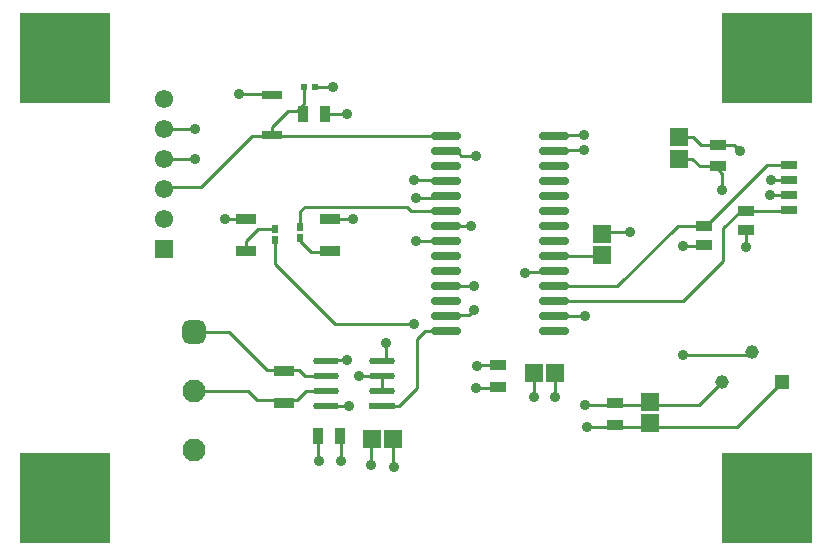
<source format=gtl>
G04*
G04 #@! TF.GenerationSoftware,Altium Limited,Altium Designer,24.9.1 (31)*
G04*
G04 Layer_Physical_Order=1*
G04 Layer_Color=255*
%FSLAX44Y44*%
%MOMM*%
G71*
G04*
G04 #@! TF.SameCoordinates,6922BCB2-4B6C-4A80-BBEF-7EC809250BDD*
G04*
G04*
G04 #@! TF.FilePolarity,Positive*
G04*
G01*
G75*
%ADD16R,1.4000X0.9500*%
%ADD17R,1.5562X1.5046*%
%ADD18R,1.4000X0.7000*%
%ADD19O,2.6000X0.7000*%
%ADD20R,1.7000X0.8000*%
%ADD21R,1.7000X0.9500*%
%ADD22R,0.5000X0.7000*%
%ADD23R,1.3500X0.8500*%
%ADD24R,1.5046X1.5562*%
%ADD25R,0.9500X1.4000*%
G04:AMPARAMS|DCode=26|XSize=2.1692mm|YSize=0.5821mm|CornerRadius=0.2911mm|HoleSize=0mm|Usage=FLASHONLY|Rotation=180.000|XOffset=0mm|YOffset=0mm|HoleType=Round|Shape=RoundedRectangle|*
%AMROUNDEDRECTD26*
21,1,2.1692,0.0000,0,0,180.0*
21,1,1.5870,0.5821,0,0,180.0*
1,1,0.5821,-0.7935,0.0000*
1,1,0.5821,0.7935,0.0000*
1,1,0.5821,0.7935,0.0000*
1,1,0.5821,-0.7935,0.0000*
%
%ADD26ROUNDEDRECTD26*%
%ADD27R,2.1692X0.5821*%
%ADD28R,0.5654X0.5725*%
%ADD33R,1.1500X1.1500*%
%ADD34C,1.1500*%
%ADD39C,0.2540*%
%ADD40R,7.6200X7.6200*%
%ADD41C,1.9500*%
G04:AMPARAMS|DCode=42|XSize=1.95mm|YSize=1.95mm|CornerRadius=0.4875mm|HoleSize=0mm|Usage=FLASHONLY|Rotation=270.000|XOffset=0mm|YOffset=0mm|HoleType=Round|Shape=RoundedRectangle|*
%AMROUNDEDRECTD42*
21,1,1.9500,0.9750,0,0,270.0*
21,1,0.9750,1.9500,0,0,270.0*
1,1,0.9750,-0.4875,-0.4875*
1,1,0.9750,-0.4875,0.4875*
1,1,0.9750,0.4875,0.4875*
1,1,0.9750,0.4875,-0.4875*
%
%ADD42ROUNDEDRECTD42*%
%ADD43R,1.5500X1.5500*%
%ADD44C,1.5500*%
%ADD45C,0.8890*%
D16*
X922020Y378100D02*
D03*
Y396600D02*
D03*
X822960Y428350D02*
D03*
Y409850D02*
D03*
X1008560Y615220D02*
D03*
Y596720D02*
D03*
D17*
X951230Y379612D02*
D03*
Y397628D02*
D03*
X910590Y539750D02*
D03*
Y521734D02*
D03*
X975540Y621328D02*
D03*
Y603312D02*
D03*
D18*
X1069340Y560070D02*
D03*
X1069340Y572770D02*
D03*
X1069340Y585470D02*
D03*
Y598170D02*
D03*
D19*
X778510Y622300D02*
D03*
X778510Y609600D02*
D03*
Y596900D02*
D03*
X778510Y584200D02*
D03*
X778510Y571500D02*
D03*
X778510Y558800D02*
D03*
X778510Y546100D02*
D03*
Y533400D02*
D03*
X778510Y520700D02*
D03*
X778510Y508000D02*
D03*
X778510Y495300D02*
D03*
X778510Y482600D02*
D03*
Y469900D02*
D03*
X778510Y457200D02*
D03*
X870510Y622300D02*
D03*
Y609600D02*
D03*
Y596900D02*
D03*
Y584200D02*
D03*
Y571500D02*
D03*
Y558800D02*
D03*
Y546100D02*
D03*
Y533400D02*
D03*
Y520700D02*
D03*
Y508000D02*
D03*
Y495300D02*
D03*
Y482600D02*
D03*
Y469900D02*
D03*
Y457200D02*
D03*
D20*
X631190Y623080D02*
D03*
Y657080D02*
D03*
D21*
X680720Y524730D02*
D03*
Y552230D02*
D03*
X609600Y524730D02*
D03*
Y552230D02*
D03*
X641350Y423960D02*
D03*
Y396460D02*
D03*
D22*
X633730Y534560D02*
D03*
Y543560D02*
D03*
X655320Y545520D02*
D03*
Y536520D02*
D03*
D23*
X1032510Y559430D02*
D03*
Y542930D02*
D03*
X996950Y546730D02*
D03*
Y530230D02*
D03*
D24*
X853322Y421640D02*
D03*
X871338D02*
D03*
X734178Y365760D02*
D03*
X716162D02*
D03*
D25*
X676000Y641350D02*
D03*
X657500D02*
D03*
X688700Y368300D02*
D03*
X670200D02*
D03*
D26*
X677404Y393700D02*
D03*
Y406400D02*
D03*
Y419100D02*
D03*
Y431800D02*
D03*
X724676D02*
D03*
Y419100D02*
D03*
Y406400D02*
D03*
D27*
Y393700D02*
D03*
D28*
X658404Y664210D02*
D03*
X667476D02*
D03*
D33*
X1062990Y414020D02*
D03*
D34*
X1012190D02*
D03*
X1037590Y439420D02*
D03*
D39*
X951230Y375920D02*
X1024890D01*
X922020D02*
X951230D01*
X919840D02*
X922020Y378100D01*
X897890Y375920D02*
X919840D01*
X975360Y603132D02*
X986908D01*
X1006020Y596720D02*
X1012190Y590550D01*
X863600Y623080D02*
X894860D01*
X804400Y409430D02*
X826770D01*
X769620Y470680D02*
X797977D01*
X871220Y401320D02*
Y424960D01*
X677404Y393700D02*
X695960D01*
X674860D02*
X677404D01*
X670560Y347980D02*
Y369080D01*
X1024890Y375920D02*
X1062990Y414020D01*
X994410Y614680D02*
X1022350D01*
X863600Y610380D02*
X894860D01*
X896620Y394970D02*
X993140D01*
X846310Y507220D02*
X877570D01*
X852950Y401810D02*
Y425450D01*
X678400Y552450D02*
X699770D01*
X753600Y533890D02*
X784860D01*
X674730Y645160D02*
X678540Y641350D01*
X805670Y428480D02*
X828040D01*
X673100Y432580D02*
X694200D01*
X689610Y347980D02*
Y369080D01*
X993140Y394970D02*
X1012190Y414020D01*
X1035165Y439420D02*
X1037590D01*
X1032625Y436880D02*
X1035165Y439420D01*
X979170Y436880D02*
X1032625D01*
X1050290Y598170D02*
X1069340D01*
X870230Y495300D02*
X923290D01*
X974720Y546730D02*
X998850D01*
X1054045Y585525D02*
X1057438D01*
X1057493Y585470D02*
X1069340D01*
X1057438Y585525D02*
X1057493Y585470D01*
X778510Y495300D02*
X802640D01*
X778510Y546100D02*
X800100D01*
X539750Y603250D02*
X566420D01*
X539750Y628650D02*
X566420D01*
X678540Y641350D02*
X694690D01*
X603250Y657860D02*
X630700D01*
X753110Y570230D02*
X777240D01*
X751840Y585470D02*
X777240D01*
X734060Y342900D02*
Y364000D01*
X715010Y344170D02*
Y365270D01*
X694200Y432580D02*
X694690Y433070D01*
X660400Y406400D02*
X677404D01*
X652780Y398780D02*
X660400Y406400D01*
X618490Y398780D02*
X652780D01*
X610868Y406403D02*
X618490Y398780D01*
X565230Y406403D02*
X610868D01*
X659130Y419100D02*
X680720D01*
X654050Y424180D02*
X659130Y419100D01*
X627380Y424180D02*
X654050D01*
X595158Y456402D02*
X627380Y424180D01*
X565230Y456402D02*
X595158D01*
X852950Y401810D02*
X853440Y401320D01*
X805180Y427990D02*
X805670Y428480D01*
X803910Y408940D02*
X804400Y409430D01*
X845820Y506730D02*
X846310Y507220D01*
X894860Y610380D02*
X895350Y610870D01*
X894860Y623080D02*
X895350Y623570D01*
X797977Y470680D02*
X802277Y474980D01*
X802640D01*
X753110Y533400D02*
X753600Y533890D01*
X778510Y609600D02*
X787918D01*
X791728Y605790D01*
X803910D01*
X1022350Y614680D02*
X1027430Y609600D01*
X987762Y621328D02*
X994410Y614680D01*
X975540Y621328D02*
X987762D01*
X1032510Y542930D02*
Y544200D01*
Y528320D02*
Y542930D01*
X993680Y596720D02*
X1006020D01*
X987088Y603312D02*
X993680Y596720D01*
X1012190Y576580D02*
Y590550D01*
X1052830Y572770D02*
X1069340D01*
X724676Y431800D02*
X726194D01*
X727710Y433316D01*
Y447040D01*
X739140Y393700D02*
X754380Y408940D01*
Y450850D02*
X760730Y457200D01*
X754380Y408940D02*
Y450850D01*
X704850Y419100D02*
X724676D01*
Y406400D02*
Y419100D01*
Y393700D02*
X739140D01*
X760730Y457200D02*
X778510D01*
X633730Y514350D02*
X684530Y463550D01*
X751840D01*
X870510Y469900D02*
X896620D01*
X870230D02*
X870510D01*
X912490Y541020D02*
X934720D01*
X870230Y482600D02*
X979170D01*
X1013460Y516890D01*
X979170Y529590D02*
X996310D01*
X996950Y530230D01*
X1013460Y516890D02*
Y544830D01*
X1032510Y559430D02*
X1068700D01*
X1028060D02*
X1032510D01*
X1013460Y544830D02*
X1028060Y559430D01*
X998850Y546730D02*
X1050290Y598170D01*
X923290Y495300D02*
X974720Y546730D01*
X870230Y520700D02*
X914518D01*
X591820Y552450D02*
X592040Y552230D01*
X609600D01*
X664210Y524510D02*
X680500D01*
X655320Y533400D02*
X664210Y524510D01*
X655320Y533400D02*
Y536520D01*
X680720Y524730D02*
X680940Y524510D01*
X749300Y558800D02*
X778230D01*
X745490Y562610D02*
X749300Y558800D01*
X659130Y562610D02*
X745490D01*
X655320Y558800D02*
X659130Y562610D01*
X655320Y545520D02*
Y558800D01*
X633730Y514350D02*
Y534560D01*
X619760Y543560D02*
X633730D01*
X609600Y533400D02*
X619760Y543560D01*
X609600Y524730D02*
Y533400D01*
X667476Y664210D02*
X683260D01*
X658404Y649514D02*
Y665480D01*
X652780Y643890D02*
X658404Y649514D01*
X645160Y643890D02*
X652780D01*
X631190Y629920D02*
X645160Y643890D01*
X631190Y624350D02*
Y629920D01*
X541020Y579120D02*
X571500D01*
X539750Y577850D02*
X541020Y579120D01*
X571500D02*
X614680Y622300D01*
X778230D01*
D40*
X1050290Y316230D02*
D03*
X1050290Y688340D02*
D03*
X455930Y316230D02*
D03*
X455930Y688340D02*
D03*
D41*
X565230Y406403D02*
D03*
Y356403D02*
D03*
D42*
Y456402D02*
D03*
D43*
X539750Y527050D02*
D03*
D44*
Y552450D02*
D03*
Y577850D02*
D03*
Y603250D02*
D03*
Y628650D02*
D03*
Y654050D02*
D03*
D45*
X979170Y436880D02*
D03*
X802640Y495300D02*
D03*
X566420Y603250D02*
D03*
Y628650D02*
D03*
X694690Y641350D02*
D03*
X603250Y657860D02*
D03*
X753110Y570230D02*
D03*
X751840Y585470D02*
D03*
X734550Y342410D02*
D03*
X715500Y343680D02*
D03*
X690100Y347490D02*
D03*
X671050D02*
D03*
X696450Y394190D02*
D03*
X694690Y433070D02*
D03*
X897890Y375920D02*
D03*
X896620Y394970D02*
D03*
X853440Y401320D02*
D03*
X871220D02*
D03*
X805180Y427990D02*
D03*
X803910Y408940D02*
D03*
X845820Y506730D02*
D03*
X895350Y610870D02*
D03*
Y623570D02*
D03*
X802640Y474980D02*
D03*
X753110Y533400D02*
D03*
X803910Y605790D02*
D03*
X1027430Y609600D02*
D03*
X1012190Y576580D02*
D03*
X1054045Y585525D02*
D03*
X1052830Y572770D02*
D03*
X727710Y447040D02*
D03*
X751840Y463550D02*
D03*
X800100Y546100D02*
D03*
X704850Y419100D02*
D03*
X934720Y541020D02*
D03*
X979170Y529590D02*
D03*
X1032510Y528320D02*
D03*
X896620Y469900D02*
D03*
X591820Y552450D02*
D03*
X699770D02*
D03*
X683260Y664210D02*
D03*
M02*

</source>
